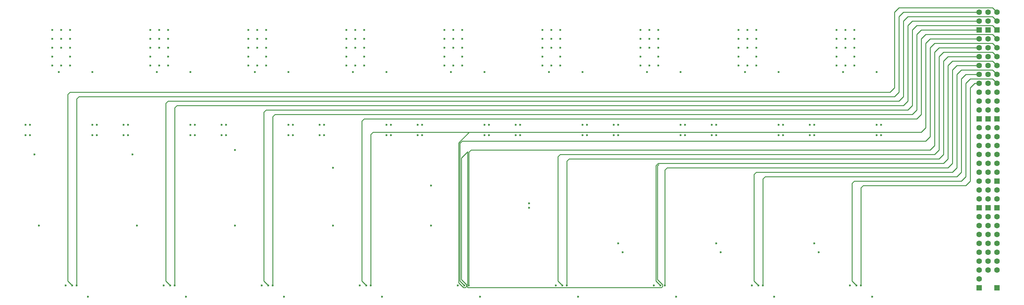
<source format=gbr>
G04 #@! TF.FileFunction,Copper,L2,Inr,Signal*
%FSLAX46Y46*%
G04 Gerber Fmt 4.6, Leading zero omitted, Abs format (unit mm)*
G04 Created by KiCad (PCBNEW 4.0.7) date Tue Feb 20 14:11:54 2018*
%MOMM*%
%LPD*%
G01*
G04 APERTURE LIST*
%ADD10C,0.100000*%
%ADD11C,1.600000*%
%ADD12R,1.600000X1.600000*%
%ADD13C,0.600000*%
%ADD14C,0.250000*%
G04 APERTURE END LIST*
D10*
D11*
X401320000Y-66040000D03*
X401320000Y-68580000D03*
D12*
X401320000Y-71120000D03*
D11*
X401320000Y-73660000D03*
X401320000Y-76200000D03*
X401320000Y-78740000D03*
X401320000Y-81280000D03*
X401320000Y-83820000D03*
X401320000Y-86360000D03*
X401320000Y-88900000D03*
X401320000Y-91440000D03*
X401320000Y-93980000D03*
D12*
X401320000Y-96520000D03*
D11*
X401320000Y-99060000D03*
X401320000Y-101600000D03*
X401320000Y-104140000D03*
X401320000Y-106680000D03*
X401320000Y-109220000D03*
X401320000Y-111760000D03*
X401320000Y-114300000D03*
X401320000Y-116840000D03*
X401320000Y-119380000D03*
D12*
X401320000Y-121920000D03*
D11*
X401320000Y-124460000D03*
X401320000Y-127000000D03*
X401320000Y-129540000D03*
X401320000Y-132080000D03*
X401320000Y-134620000D03*
X401320000Y-137160000D03*
X401320000Y-139700000D03*
X401320000Y-142240000D03*
D12*
X401320000Y-144780000D03*
D11*
X403860000Y-66040000D03*
X403860000Y-68580000D03*
D12*
X403860000Y-71120000D03*
D11*
X403860000Y-73660000D03*
X403860000Y-76200000D03*
X403860000Y-78740000D03*
X403860000Y-81280000D03*
X403860000Y-83820000D03*
X403860000Y-86360000D03*
X403860000Y-88900000D03*
X403860000Y-91440000D03*
X403860000Y-93980000D03*
D12*
X403860000Y-96520000D03*
D11*
X403860000Y-99060000D03*
X403860000Y-101600000D03*
X403860000Y-104140000D03*
X403860000Y-106680000D03*
X403860000Y-109220000D03*
X403860000Y-111760000D03*
X403860000Y-114300000D03*
X403860000Y-116840000D03*
X403860000Y-119380000D03*
D12*
X403860000Y-121920000D03*
D11*
X403860000Y-124460000D03*
X403860000Y-127000000D03*
X403860000Y-129540000D03*
X403860000Y-132080000D03*
X403860000Y-134620000D03*
X403860000Y-137160000D03*
X403860000Y-139700000D03*
X406400000Y-66040000D03*
X406400000Y-68580000D03*
D12*
X406400000Y-71120000D03*
D11*
X406400000Y-73660000D03*
X406400000Y-76200000D03*
X406400000Y-78740000D03*
X406400000Y-81280000D03*
X406400000Y-83820000D03*
X406400000Y-86360000D03*
X406400000Y-88900000D03*
X406400000Y-91440000D03*
X406400000Y-93980000D03*
D12*
X406400000Y-96520000D03*
D11*
X406400000Y-99060000D03*
X406400000Y-101600000D03*
X406400000Y-104140000D03*
X406400000Y-106680000D03*
X406400000Y-109220000D03*
X406400000Y-111760000D03*
D12*
X406400000Y-114300000D03*
D11*
X406400000Y-116840000D03*
X406400000Y-119380000D03*
D12*
X406400000Y-121920000D03*
D11*
X406400000Y-124460000D03*
X406400000Y-127000000D03*
X406400000Y-129540000D03*
X406400000Y-132080000D03*
X406400000Y-134620000D03*
X406400000Y-137160000D03*
X406400000Y-139700000D03*
D12*
X406400000Y-144780000D03*
D13*
X133350000Y-127000000D03*
X132080000Y-106680000D03*
X142875000Y-144145000D03*
X144145000Y-144145000D03*
X148590000Y-101200000D03*
X129540000Y-101200000D03*
X130810000Y-101200000D03*
X149860000Y-101200000D03*
X130810000Y-98200000D03*
X148590000Y-98200000D03*
X149919759Y-98200000D03*
X129540000Y-98200000D03*
X170815000Y-144145000D03*
X172085000Y-144145000D03*
X198755000Y-144145000D03*
X200025000Y-144145000D03*
X158750000Y-98200000D03*
X176530000Y-98200000D03*
X157480000Y-98200000D03*
X177800000Y-98200000D03*
X176530000Y-101200000D03*
X177800000Y-101200000D03*
X158750000Y-101200000D03*
X157480000Y-101200000D03*
X161290000Y-127000000D03*
X160020000Y-106680000D03*
X204470000Y-98200000D03*
X186690000Y-98200000D03*
X185420000Y-98200000D03*
X205799759Y-98200000D03*
X205740000Y-101200000D03*
X204529759Y-101200000D03*
X186690000Y-101200000D03*
X185420000Y-101200000D03*
X189230000Y-127000000D03*
X189230000Y-105410000D03*
X167640000Y-73660000D03*
X195580000Y-73660000D03*
X223520000Y-73660000D03*
X251460000Y-73660000D03*
X279400000Y-73660000D03*
X307340000Y-73660000D03*
X170180000Y-71120000D03*
X198120000Y-71120000D03*
X226060000Y-71120000D03*
X254000000Y-71120000D03*
X281940000Y-71120000D03*
X309880000Y-71120000D03*
X167640000Y-71120000D03*
X195580000Y-71120000D03*
X223520000Y-71120000D03*
X251460000Y-71120000D03*
X279400000Y-71120000D03*
X307340000Y-71120000D03*
X165100000Y-71120000D03*
X193040000Y-71120000D03*
X220980000Y-71120000D03*
X248920000Y-71120000D03*
X276860000Y-71120000D03*
X304800000Y-71120000D03*
X170180000Y-73660000D03*
X198120000Y-73660000D03*
X226060000Y-73660000D03*
X254000000Y-73660000D03*
X281940000Y-73660000D03*
X309880000Y-73660000D03*
X165100000Y-73660000D03*
X193040000Y-73660000D03*
X220980000Y-73660000D03*
X248920000Y-73660000D03*
X276860000Y-73660000D03*
X304800000Y-73660000D03*
X170180000Y-76200000D03*
X198120000Y-76200000D03*
X226060000Y-76200000D03*
X254000000Y-76200000D03*
X281940000Y-76200000D03*
X309880000Y-76200000D03*
X167640000Y-76200000D03*
X195580000Y-76200000D03*
X223520000Y-76200000D03*
X251460000Y-76200000D03*
X279400000Y-76200000D03*
X307340000Y-76200000D03*
X165100000Y-76200000D03*
X193040000Y-76200000D03*
X220980000Y-76200000D03*
X248920000Y-76200000D03*
X276860000Y-76200000D03*
X304800000Y-76200000D03*
X170180000Y-78740000D03*
X198120000Y-78740000D03*
X226060000Y-78740000D03*
X254000000Y-78740000D03*
X281940000Y-78740000D03*
X309880000Y-78740000D03*
X165100000Y-78740000D03*
X193040000Y-78740000D03*
X220980000Y-78740000D03*
X248920000Y-78740000D03*
X276860000Y-78740000D03*
X304800000Y-78740000D03*
X170180000Y-81280000D03*
X198120000Y-81280000D03*
X226060000Y-81280000D03*
X254000000Y-81280000D03*
X281940000Y-81280000D03*
X309880000Y-81280000D03*
X167640000Y-81280000D03*
X195580000Y-81280000D03*
X223520000Y-81280000D03*
X251460000Y-81280000D03*
X279400000Y-81280000D03*
X307340000Y-81280000D03*
X165100000Y-81280000D03*
X193040000Y-81280000D03*
X220980000Y-81280000D03*
X248920000Y-81280000D03*
X276860000Y-81280000D03*
X304800000Y-81280000D03*
X139700000Y-73660000D03*
X142240000Y-71120000D03*
X139700000Y-71120000D03*
X137160000Y-71120000D03*
X142240000Y-73660000D03*
X137160000Y-73660000D03*
X142240000Y-76200000D03*
X139700000Y-76200000D03*
X137160000Y-76200000D03*
X142240000Y-78740000D03*
X137160000Y-78740000D03*
X142240000Y-81280000D03*
X139700000Y-81280000D03*
X137160000Y-81280000D03*
X335280000Y-73660000D03*
X337820000Y-71120000D03*
X335280000Y-71120000D03*
X332740000Y-71120000D03*
X337820000Y-73660000D03*
X332740000Y-73660000D03*
X337820000Y-76200000D03*
X335280000Y-76200000D03*
X332740000Y-76200000D03*
X337820000Y-78740000D03*
X332740000Y-78740000D03*
X337820000Y-81280000D03*
X335280000Y-81280000D03*
X332740000Y-81280000D03*
X363220000Y-76200000D03*
X363220000Y-73660000D03*
X363220000Y-71120000D03*
X360680000Y-71120000D03*
X360680000Y-73660000D03*
X360680000Y-76200000D03*
X360680000Y-78740000D03*
X360680000Y-81280000D03*
X363220000Y-81280000D03*
X365760000Y-81280000D03*
X365760000Y-78740000D03*
X365760000Y-76200000D03*
X365760000Y-73660000D03*
X365760000Y-71120000D03*
X363220000Y-71120000D03*
X214630000Y-98200000D03*
X232410000Y-98200000D03*
X213360000Y-98200000D03*
X233739759Y-98200000D03*
X232410000Y-101200000D03*
X214630000Y-101200000D03*
X233680000Y-101200000D03*
X213360000Y-101200000D03*
X242570000Y-98200000D03*
X260350000Y-98200000D03*
X241300000Y-98200000D03*
X261679759Y-98200000D03*
X242570000Y-101200000D03*
X260350000Y-101200000D03*
X261620000Y-101200000D03*
X241300000Y-101200000D03*
X270510000Y-98200000D03*
X288290000Y-98200000D03*
X269240000Y-98200000D03*
X289619759Y-98200000D03*
X289560000Y-101200000D03*
X288290000Y-101200000D03*
X270510000Y-101200000D03*
X269240000Y-101200000D03*
X298450000Y-98200000D03*
X316230000Y-98200000D03*
X297180000Y-98200000D03*
X317559759Y-98200000D03*
X316230000Y-101200000D03*
X298450000Y-101200000D03*
X317559759Y-101200000D03*
X297180000Y-101200000D03*
X344170000Y-98200000D03*
X326390000Y-98200000D03*
X325120000Y-98200000D03*
X345440000Y-98200000D03*
X325120000Y-101200000D03*
X344170000Y-101200000D03*
X345440000Y-101200000D03*
X326390000Y-101200000D03*
X354330000Y-98200000D03*
X372110000Y-98200000D03*
X353060000Y-98200000D03*
X373439759Y-98200000D03*
X372110000Y-101200000D03*
X354330000Y-101200000D03*
X373439759Y-101200000D03*
X353060000Y-101200000D03*
X175260000Y-147320000D03*
X203200000Y-147320000D03*
X231140000Y-147320000D03*
X259080000Y-147320000D03*
X287020000Y-147320000D03*
X314960000Y-147320000D03*
X342900000Y-147320000D03*
X370840000Y-147320000D03*
X147320000Y-147320000D03*
X140970000Y-144145000D03*
X168910000Y-144145000D03*
X196850000Y-144145000D03*
X224790000Y-144145000D03*
X252730000Y-144145000D03*
X280670000Y-144145000D03*
X308610000Y-144145000D03*
X336550000Y-144145000D03*
X364490000Y-144145000D03*
X217170000Y-127000000D03*
X245110000Y-127000000D03*
X273050000Y-121920000D03*
X299720000Y-134620000D03*
X327660000Y-134620000D03*
X355600000Y-134620000D03*
X217170000Y-110490000D03*
X273050000Y-120650000D03*
X245110000Y-115570000D03*
X326390000Y-132080000D03*
X298450000Y-132080000D03*
X354330000Y-132080000D03*
X226695000Y-144145000D03*
X227965000Y-144145000D03*
X254635000Y-144145000D03*
X255905000Y-144145000D03*
X282575000Y-144145000D03*
X283845000Y-144145000D03*
X310515000Y-144145000D03*
X311785000Y-144145000D03*
X338455000Y-144145000D03*
X339725000Y-144145000D03*
X366395000Y-144145000D03*
X367665000Y-144145000D03*
X139065000Y-83185000D03*
X167005000Y-83185000D03*
X194945000Y-83185000D03*
X222885000Y-83185000D03*
X250825000Y-83185000D03*
X278765000Y-83185000D03*
X306705000Y-83185000D03*
X334645000Y-83185000D03*
X362585000Y-83185000D03*
X148590000Y-83185000D03*
X176530000Y-83185000D03*
X204470000Y-83185000D03*
X232410000Y-83185000D03*
X260350000Y-83185000D03*
X288290000Y-83185000D03*
X316230000Y-83185000D03*
X344170000Y-83185000D03*
X372110000Y-83185000D03*
D14*
X141605000Y-142875000D02*
X141605000Y-89535000D01*
X406400000Y-66040000D02*
X405130000Y-64770000D01*
X375920000Y-88900000D02*
X142240000Y-88900000D01*
X405130000Y-64770000D02*
X378460000Y-64770000D01*
X377190000Y-66040000D02*
X377190000Y-87630000D01*
X378460000Y-64770000D02*
X377190000Y-66040000D01*
X377190000Y-87630000D02*
X375920000Y-88900000D01*
X142240000Y-88900000D02*
X141605000Y-89535000D01*
X142875000Y-144145000D02*
X141605000Y-142875000D01*
X377190000Y-90170000D02*
X144780000Y-90170000D01*
X144145000Y-90805000D02*
X144145000Y-144145000D01*
X144780000Y-90170000D02*
X144145000Y-90805000D01*
X378460000Y-88900000D02*
X377190000Y-90170000D01*
X378460000Y-67310000D02*
X378460000Y-88900000D01*
X379730000Y-66040000D02*
X378460000Y-67310000D01*
X401320000Y-66040000D02*
X379730000Y-66040000D01*
X169545000Y-142875000D02*
X169545000Y-92075000D01*
X170180000Y-91440000D02*
X169545000Y-92075000D01*
X378460000Y-91440000D02*
X170180000Y-91440000D01*
X379730000Y-90170000D02*
X378460000Y-91440000D01*
X379730000Y-68580000D02*
X379730000Y-90170000D01*
X381000000Y-67310000D02*
X379730000Y-68580000D01*
X405130000Y-67310000D02*
X381000000Y-67310000D01*
X170815000Y-144145000D02*
X169545000Y-142875000D01*
X405130000Y-67310000D02*
X406400000Y-68580000D01*
X172085000Y-93345000D02*
X172085000Y-144145000D01*
X172720000Y-92710000D02*
X172085000Y-93345000D01*
X379730000Y-92710000D02*
X172720000Y-92710000D01*
X381000000Y-91440000D02*
X379730000Y-92710000D01*
X381000000Y-69850000D02*
X381000000Y-91440000D01*
X401320000Y-68580000D02*
X382270000Y-68580000D01*
X382270000Y-68580000D02*
X381000000Y-69850000D01*
X383540000Y-69850000D02*
X405130000Y-69850000D01*
X374650000Y-93980000D02*
X381000000Y-93980000D01*
X197485000Y-142875000D02*
X197485000Y-94615000D01*
X198120000Y-93980000D02*
X197485000Y-94615000D01*
X382270000Y-82550000D02*
X382270000Y-78740000D01*
X382270000Y-92710000D02*
X382270000Y-82550000D01*
X382270000Y-78740000D02*
X382270000Y-71120000D01*
X198755000Y-144145000D02*
X197485000Y-142875000D01*
X198120000Y-93980000D02*
X374650000Y-93980000D01*
X381000000Y-93980000D02*
X382270000Y-92710000D01*
X405130000Y-69850000D02*
X406400000Y-71120000D01*
X382270000Y-71120000D02*
X383540000Y-69850000D01*
X401320000Y-71120000D02*
X384810000Y-71120000D01*
X375920000Y-95250000D02*
X373380000Y-95250000D01*
X382270000Y-95250000D02*
X373380000Y-95250000D01*
X373380000Y-95250000D02*
X200660000Y-95250000D01*
X200025000Y-144145000D02*
X200025000Y-95885000D01*
X383540000Y-93980000D02*
X382270000Y-95250000D01*
X384810000Y-71120000D02*
X383540000Y-72390000D01*
X383540000Y-72390000D02*
X383540000Y-93980000D01*
X200660000Y-95250000D02*
X200025000Y-95885000D01*
X226695000Y-144145000D02*
X225425000Y-142875000D01*
X225425000Y-142875000D02*
X225425000Y-97155000D01*
X405130000Y-72390000D02*
X406400000Y-73660000D01*
X225425000Y-97155000D02*
X226060000Y-96520000D01*
X226060000Y-96520000D02*
X383540000Y-96520000D01*
X384810000Y-73660000D02*
X386080000Y-72390000D01*
X383540000Y-96520000D02*
X384810000Y-95250000D01*
X384810000Y-95250000D02*
X384810000Y-73660000D01*
X386080000Y-72390000D02*
X405130000Y-72390000D01*
X321310000Y-100330000D02*
X228600000Y-100330000D01*
X375920000Y-100330000D02*
X321310000Y-100330000D01*
X255352999Y-144409961D02*
X255640039Y-144697001D01*
X255527990Y-105888838D02*
X255527990Y-143705048D01*
X321310000Y-100330000D02*
X256006828Y-100330000D01*
X255352999Y-143880039D02*
X255352999Y-144409961D01*
X256006828Y-100330000D02*
X252987990Y-103348838D01*
X252987990Y-103348838D02*
X252987990Y-143314952D01*
X252987990Y-143314952D02*
X254370039Y-144697001D01*
X254899961Y-144697001D02*
X255187001Y-144409961D01*
X254370039Y-144697001D02*
X254899961Y-144697001D01*
X255187001Y-144409961D02*
X255187001Y-143880039D01*
X255187001Y-143880039D02*
X253742010Y-142435048D01*
X253742010Y-142435048D02*
X253742010Y-107674818D01*
X253742010Y-107674818D02*
X255527990Y-105888838D01*
X255527990Y-143705048D02*
X255352999Y-143880039D01*
X255640039Y-144697001D02*
X310779961Y-144697001D01*
X310779961Y-144697001D02*
X311067001Y-144409961D01*
X311067001Y-144409961D02*
X311067001Y-143880039D01*
X311067001Y-143880039D02*
X309622010Y-142435048D01*
X309622010Y-142435048D02*
X309622010Y-110011162D01*
X309622010Y-110011162D02*
X310036162Y-109597010D01*
X401320000Y-73660000D02*
X387350000Y-73660000D01*
X378460000Y-100330000D02*
X375920000Y-100330000D01*
X384810000Y-100330000D02*
X375920000Y-100330000D01*
X227965000Y-144145000D02*
X227965000Y-100965000D01*
X386080000Y-74930000D02*
X386080000Y-99060000D01*
X387350000Y-73660000D02*
X386080000Y-74930000D01*
X386080000Y-99060000D02*
X384810000Y-100330000D01*
X228600000Y-100330000D02*
X227965000Y-100965000D01*
X388620000Y-74930000D02*
X405130000Y-74930000D01*
X379730000Y-102870000D02*
X375920000Y-102870000D01*
X375920000Y-102870000D02*
X254000000Y-102870000D01*
X388620000Y-74930000D02*
X387350000Y-76200000D01*
X387350000Y-76200000D02*
X387350000Y-101600000D01*
X387350000Y-101600000D02*
X386080000Y-102870000D01*
X386080000Y-102870000D02*
X375920000Y-102870000D01*
X253365000Y-142875000D02*
X253365000Y-103505000D01*
X254000000Y-102870000D02*
X253365000Y-103505000D01*
X254635000Y-144145000D02*
X253365000Y-142875000D01*
X405130000Y-74930000D02*
X406400000Y-76200000D01*
X389890000Y-76200000D02*
X401320000Y-76200000D01*
X381000000Y-105410000D02*
X375920000Y-105410000D01*
X375920000Y-105410000D02*
X256540000Y-105410000D01*
X389890000Y-76200000D02*
X388620000Y-77470000D01*
X388620000Y-77470000D02*
X388620000Y-104140000D01*
X388620000Y-104140000D02*
X387350000Y-105410000D01*
X387350000Y-105410000D02*
X375920000Y-105410000D01*
X255905000Y-144145000D02*
X255905000Y-106045000D01*
X256540000Y-105410000D02*
X255905000Y-106045000D01*
X405130000Y-77470000D02*
X391160000Y-77470000D01*
X382270000Y-106680000D02*
X373380000Y-106680000D01*
X373380000Y-106680000D02*
X281940000Y-106680000D01*
X388620000Y-106680000D02*
X373380000Y-106680000D01*
X281305000Y-142875000D02*
X281305000Y-107315000D01*
X389890000Y-87630000D02*
X389890000Y-105410000D01*
X389890000Y-105410000D02*
X388620000Y-106680000D01*
X281940000Y-106680000D02*
X281305000Y-107315000D01*
X405130000Y-77470000D02*
X406400000Y-78740000D01*
X282575000Y-144145000D02*
X281305000Y-142875000D01*
X389890000Y-78740000D02*
X391160000Y-77470000D01*
X389890000Y-91440000D02*
X389890000Y-78740000D01*
X401320000Y-78740000D02*
X392430000Y-78740000D01*
X378460000Y-107950000D02*
X284480000Y-107950000D01*
X383540000Y-107950000D02*
X378460000Y-107950000D01*
X391160000Y-80010000D02*
X392430000Y-78740000D01*
X378460000Y-107950000D02*
X389890000Y-107950000D01*
X389890000Y-107950000D02*
X391160000Y-106680000D01*
X391160000Y-106680000D02*
X391160000Y-80010000D01*
X283845000Y-144145000D02*
X283845000Y-108585000D01*
X284480000Y-107950000D02*
X283845000Y-108585000D01*
X393700000Y-80010000D02*
X405130000Y-80010000D01*
X391160000Y-109220000D02*
X378460000Y-109220000D01*
X309245000Y-142875000D02*
X309245000Y-109855000D01*
X406400000Y-81280000D02*
X405130000Y-80010000D01*
X393700000Y-80010000D02*
X392430000Y-81280000D01*
X392430000Y-81280000D02*
X392430000Y-107950000D01*
X392430000Y-107950000D02*
X391160000Y-109220000D01*
X384810000Y-109220000D02*
X309880000Y-109220000D01*
X309880000Y-109220000D02*
X309245000Y-109855000D01*
X310515000Y-144145000D02*
X309245000Y-142875000D01*
X394970000Y-81280000D02*
X401320000Y-81280000D01*
X386080000Y-110490000D02*
X382270000Y-110490000D01*
X393700000Y-109220000D02*
X392430000Y-110490000D01*
X382270000Y-110490000D02*
X312420000Y-110490000D01*
X394970000Y-81280000D02*
X393700000Y-82550000D01*
X393700000Y-82550000D02*
X393700000Y-109220000D01*
X392430000Y-110490000D02*
X382270000Y-110490000D01*
X311785000Y-144145000D02*
X311785000Y-111125000D01*
X312420000Y-110490000D02*
X311785000Y-111125000D01*
X406400000Y-83820000D02*
X405130000Y-82550000D01*
X396240000Y-82550000D02*
X394970000Y-83820000D01*
X393700000Y-111760000D02*
X382270000Y-111760000D01*
X405130000Y-82550000D02*
X396240000Y-82550000D01*
X394970000Y-83820000D02*
X394970000Y-110490000D01*
X394970000Y-110490000D02*
X393700000Y-111760000D01*
X337185000Y-142875000D02*
X337185000Y-112395000D01*
X337820000Y-111760000D02*
X337185000Y-112395000D01*
X337820000Y-111760000D02*
X387350000Y-111760000D01*
X338455000Y-144145000D02*
X337185000Y-142875000D01*
X397510000Y-83820000D02*
X401320000Y-83820000D01*
X340360000Y-113030000D02*
X381000000Y-113030000D01*
X381000000Y-113030000D02*
X388620000Y-113030000D01*
X394970000Y-113030000D02*
X381000000Y-113030000D01*
X339725000Y-113665000D02*
X339725000Y-144145000D01*
X339725000Y-113665000D02*
X340360000Y-113030000D01*
X394970000Y-113030000D02*
X396240000Y-111760000D01*
X396240000Y-111760000D02*
X396240000Y-85090000D01*
X396240000Y-85090000D02*
X397510000Y-83820000D01*
X405130000Y-85090000D02*
X398780000Y-85090000D01*
X396240000Y-114300000D02*
X382270000Y-114300000D01*
X406400000Y-86360000D02*
X405130000Y-85090000D01*
X398780000Y-85090000D02*
X397510000Y-86360000D01*
X397510000Y-86360000D02*
X397510000Y-113030000D01*
X389890000Y-114300000D02*
X365760000Y-114300000D01*
X397510000Y-113030000D02*
X396240000Y-114300000D01*
X365760000Y-114300000D02*
X365125000Y-114935000D01*
X365125000Y-114935000D02*
X365125000Y-142875000D01*
X365125000Y-142875000D02*
X366395000Y-144145000D01*
X401320000Y-86360000D02*
X400050000Y-86360000D01*
X391160000Y-115570000D02*
X386080000Y-115570000D01*
X386080000Y-115570000D02*
X368300000Y-115570000D01*
X397510000Y-115570000D02*
X386080000Y-115570000D01*
X400050000Y-86360000D02*
X398780000Y-87630000D01*
X398780000Y-87630000D02*
X398780000Y-114300000D01*
X398780000Y-114300000D02*
X397510000Y-115570000D01*
X368300000Y-115570000D02*
X367665000Y-116205000D01*
X367665000Y-116205000D02*
X367665000Y-134161962D01*
X367665000Y-134161962D02*
X367665000Y-144145000D01*
X367665000Y-143600000D02*
X367665000Y-144145000D01*
M02*

</source>
